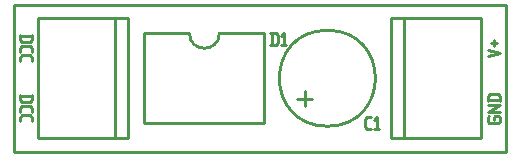
<source format=gbr>
G04 start of page 8 for group -4079 idx -4079 *
G04 Title: (unknown), topsilk *
G04 Creator: pcb 20140316 *
G04 CreationDate: Thu 21 Jan 2016 04:13:07 PM GMT UTC *
G04 For: ndholmes *
G04 Format: Gerber/RS-274X *
G04 PCB-Dimensions (mil): 1650.00 500.00 *
G04 PCB-Coordinate-Origin: lower left *
%MOIN*%
%FSLAX25Y25*%
%LNTOPSILK*%
%ADD35C,0.0100*%
G54D35*X500Y49500D02*Y500D01*
X164500D01*
Y49500D01*
X500D01*
X2500Y39000D02*X6500D01*
Y37700D02*X5800Y37000D01*
X3200D02*X5800D01*
X2500Y37700D02*X3200Y37000D01*
X2500Y39500D02*Y37700D01*
X6500Y39500D02*Y37700D01*
X2500Y35100D02*Y33800D01*
X3200Y35800D02*X2500Y35100D01*
X3200Y35800D02*X5800D01*
X6500Y35100D01*
Y33800D01*
X2500Y31900D02*Y30600D01*
X3200Y32600D02*X2500Y31900D01*
X3200Y32600D02*X5800D01*
X6500Y31900D01*
Y30600D01*
X2500Y19000D02*X6500D01*
Y17700D02*X5800Y17000D01*
X3200D02*X5800D01*
X2500Y17700D02*X3200Y17000D01*
X2500Y19500D02*Y17700D01*
X6500Y19500D02*Y17700D01*
X2500Y15100D02*Y13800D01*
X3200Y15800D02*X2500Y15100D01*
X3200Y15800D02*X5800D01*
X6500Y15100D01*
Y13800D01*
X2500Y11900D02*Y10600D01*
X3200Y12600D02*X2500Y11900D01*
X3200Y12600D02*X5800D01*
X6500Y11900D01*
Y10600D01*
X158500Y32500D02*X162500Y33500D01*
X158500Y34500D01*
X160500Y37700D02*Y35700D01*
X159500Y36700D02*X161500D01*
X158500Y12000D02*X159000Y12500D01*
X158500Y12000D02*Y10500D01*
X159000Y10000D02*X158500Y10500D01*
X159000Y10000D02*X162000D01*
X162500Y10500D01*
Y12000D02*Y10500D01*
Y12000D02*X162000Y12500D01*
X161000D02*X162000D01*
X160500Y12000D02*X161000Y12500D01*
X160500Y12000D02*Y11000D01*
X158500Y13700D02*X162500D01*
X158500D02*X162500Y16200D01*
X158500D02*X162500D01*
X158500Y17900D02*X162500D01*
X158500Y19200D02*X159200Y19900D01*
X161800D01*
X162500Y19200D02*X161800Y19900D01*
X162500Y19200D02*Y17400D01*
X158500Y19200D02*Y17400D01*
X44000Y40000D02*Y10000D01*
X84000D01*
Y40000D01*
X44000D02*X59000D01*
X69000D02*X84000D01*
X59000D02*G75*G03X69000Y40000I5000J0D01*G01*
X8700Y45000D02*Y5000D01*
X38700Y45000D02*Y5000D01*
X34300Y45000D02*Y5000D01*
X8700Y45000D02*X38700D01*
X8700Y5000D02*X38700D01*
X95000Y18100D02*X100000D01*
X97500Y20600D02*Y15600D01*
X105000Y9000D02*G75*G03X105000Y9000I0J16000D01*G01*
X156300Y45000D02*Y5000D01*
X126300Y45000D02*Y5000D01*
X130700Y45000D02*Y5000D01*
X126300D02*X156300D01*
X126300Y45000D02*X156300D01*
X86500Y40000D02*Y36000D01*
X87800Y40000D02*X88500Y39300D01*
Y36700D01*
X87800Y36000D02*X88500Y36700D01*
X86000Y36000D02*X87800D01*
X86000Y40000D02*X87800D01*
X89700Y39200D02*X90500Y40000D01*
Y36000D01*
X89700D02*X91200D01*
X118200Y8000D02*X119500D01*
X117500Y8700D02*X118200Y8000D01*
X117500Y11300D02*Y8700D01*
Y11300D02*X118200Y12000D01*
X119500D01*
X120700Y11200D02*X121500Y12000D01*
Y8000D01*
X120700D02*X122200D01*
M02*

</source>
